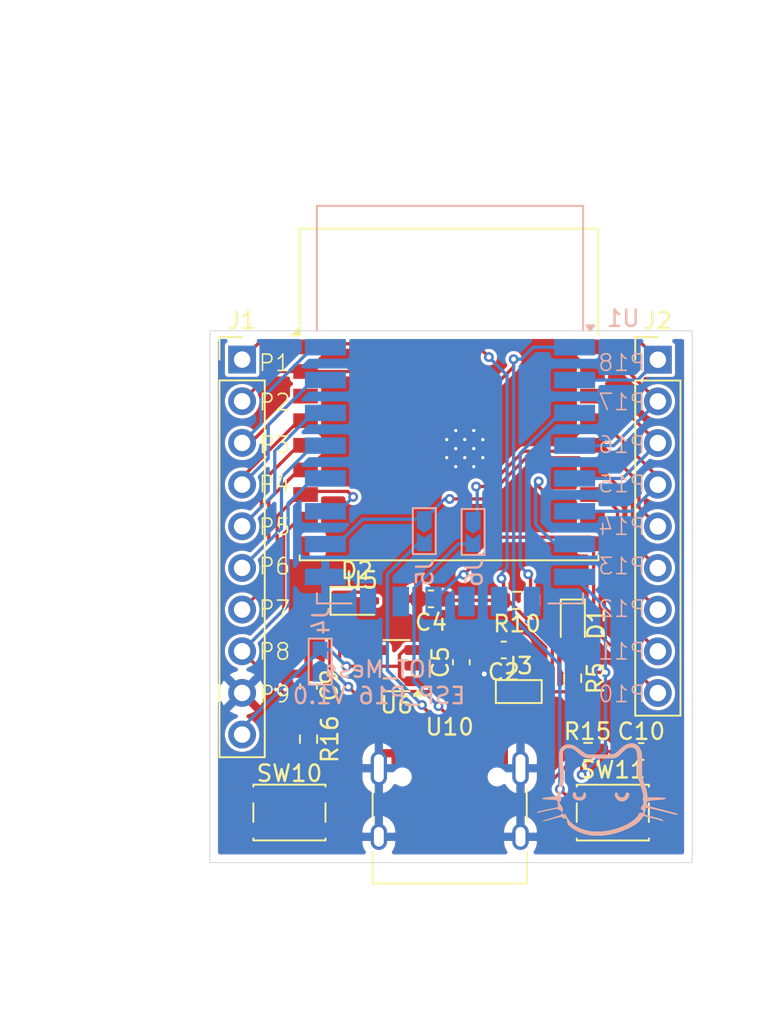
<source format=kicad_pcb>
(kicad_pcb (version 20241229) (generator "pcbnew") (generator_version "9.0")
  (layers (0 "F.Cu" signal) (2 "B.Cu" signal) (13 "F.Paste" user) (15 "B.Paste" user) (5 "F.SilkS" user "F.Silkscreen") (7 "B.SilkS" user "B.Silkscreen") (1 "F.Mask" user) (3 "B.Mask" user) (25 "Edge.Cuts" user))
  (net 0 "")
  (net 1 "5V")
  (net 2 "BOOT")
  (net 3 "Net-(D1-A)")
  (net 4 "Net-(D2-A)")
  (net 10 "D+")
  (net 11 "D-")
  (net 17 "P9")
  (net 18 "P16")
  (net 19 "P15")
  (net 20 "P1")
  (net 21 "P3")
  (net 22 "P4")
  (net 23 "P7")
  (net 24 "P2")
  (net 25 "Net-(U1-EN)")
  (net 26 "P10")
  (net 27 "P11")
  (net 28 "P18")
  (net 29 "P17")
  (net 30 "P12")
  (net 31 "P6")
  (net 32 "P5")
  (net 33 "Net-(J3-B)")
  (net 34 "P14")
  (net 35 "P13")
  (footprint "Resistor_SMD:R_0603_1608Metric" (layer "F.Cu") (at 139.22 98.7 180)
    (property "Reference" "R10" (at 0 -1.43 180) (layer "F.SilkS"))
    (property "Value" "10K")
    (pad "1" smd roundrect (at -0.825 0 180) (size 0.8 0.95) (layers "F.Cu" "F.Mask" "F.Paste") (net 25 "Net-(U1-EN)"))
    (pad "2" smd roundrect (at 0.825 0 180) (size 0.8 0.95) (layers "F.Cu" "F.Mask" "F.Paste") (net 20 "P1"))
  )
  (footprint "IOT-Mess-Footprints:Jumpper-triangle" (layer "F.Cu") (at 139.325001 104.26 180)
    (property "Reference" "J3" (at 0 1.57 0) (layer "F.SilkS"))
    (property "Value" "Jumper_2")
    (pad "1" smd custom (at -0.724999 0 180) (size 0.3 0.3) (layers "F.Cu" "F.Mask") (net 20 "P1") (options (clearance outline) (anchor rect)) (primitives (gr_poly (pts (xy 0.825 0) (xy 0.525 0.45) (xy -0.5 0.45) (xy -0.5 -0.45) (xy 0.525 -0.45)) (width 0) (fill yes))))
    (pad "2" smd custom (at 0.724999 0 180) (size 0.3 0.3) (layers "F.Cu" "F.Mask") (net 33 "Net-(J3-B)") (options (clearance outline) (anchor rect)) (primitives (gr_poly (pts (xy 0.5 0.45) (xy -0.625 0.45) (xy -0.325 0) (xy -0.625 -0.45) (xy 0.5 -0.45)) (width 0) (fill yes))))
  )
  (footprint "Capacitor_SMD:C_0603_1608Metric" (layer "F.Cu") (at 135.82 102.475 -90)
    (property "Reference" "C5" (at 0 1.28 90) (layer "F.SilkS"))
    (property "Value" "1u")
    (pad "1" smd roundrect (at -0.775 0 270) (size 0.9 0.95) (layers "F.Cu" "F.Mask" "F.Paste") (net 1 "5V"))
    (pad "2" smd roundrect (at 0.775 0 270) (size 0.9 0.95) (layers "F.Cu" "F.Mask" "F.Paste") (net 17 "P9"))
  )
  (footprint "Package_TO_SOT_SMD:SOT-23-5" (layer "F.Cu") (at 131.87 102.68 180)
    (property "Reference" "U6" (at 0 -2.4 180) (layer "F.SilkS"))
    (property "Value" "ME6211C33M5")
    (pad "1" smd roundrect (at -1.1375 -0.949999 180) (size 1.325 0.6) (layers "F.Cu" "F.Mask" "F.Paste") (net 1 "5V"))
    (pad "2" smd roundrect (at -1.1375 0 180) (size 1.325 0.6) (layers "F.Cu" "F.Mask" "F.Paste") (net 17 "P9"))
    (pad "3" smd roundrect (at -1.1375 0.949999 180) (size 1.325 0.6) (layers "F.Cu" "F.Mask" "F.Paste") (net 1 "5V"))
    (pad "4" smd roundrect (at 1.1375 0.949999 180) (size 1.325 0.6) (layers "F.Cu" "F.Mask" "F.Paste"))
    (pad "5" smd roundrect (at 1.1375 -0.949999 180) (size 1.325 0.6) (layers "F.Cu" "F.Mask" "F.Paste") (net 33 "Net-(J3-B)"))
  )
  (footprint "Button_Switch_SMD:SW_SPST_PTS810" (layer "F.Cu") (at 125.334999 111.634998)
    (property "Reference" "SW10" (at 0 -2.384998 0) (layer "F.SilkS"))
    (property "Value" "SW_Push")
    (pad "1" smd rect (at -2.075 -1.075) (size 1.05 0.65) (layers "F.Cu" "F.Mask" "F.Paste") (net 2 "BOOT"))
    (pad "1" smd rect (at 2.075 -1.075) (size 1.05 0.65) (layers "F.Cu" "F.Mask" "F.Paste") (net 2 "BOOT"))
    (pad "2" smd rect (at -2.075 1.075) (size 1.05 0.65) (layers "F.Cu" "F.Mask" "F.Paste") (net 17 "P9"))
    (pad "2" smd rect (at 2.075 1.075) (size 1.05 0.65) (layers "F.Cu" "F.Mask" "F.Paste") (net 17 "P9"))
  )
  (footprint "Capacitor_SMD:C_0603_1608Metric" (layer "F.Cu") (at 146.795 107.915)
    (property "Reference" "C10" (at 0 -1.225 0) (layer "F.SilkS"))
    (property "Value" ".1u")
    (pad "1" smd roundrect (at -0.775 0) (size 0.9 0.95) (layers "F.Cu" "F.Mask" "F.Paste") (net 24 "P2"))
    (pad "2" smd roundrect (at 0.775 0) (size 0.9 0.95) (layers "F.Cu" "F.Mask" "F.Paste") (net 17 "P9"))
  )
  (footprint "Connector_USB:USB_C_Receptacle_HRO_TYPE-C-31-M-12" (layer "F.Cu") (at 135.109249 112.065427)
    (property "Reference" "U10" (at 0 -5.645 0) (layer "F.SilkS"))
    (property "Value" "USB_C_Receptacle_USB2.0_16P")
    (pad "" np_thru_hole circle (at -2.89 -2.6) (size 0.65 0.65) (drill 0.65) (layers "*.Cu" "*.Mask"))
    (pad "" np_thru_hole circle (at 2.89 -2.6) (size 0.65 0.65) (drill 0.65) (layers "*.Cu" "*.Mask"))
    (pad "A1" smd rect (at -3.25 -4.045) (size 0.6 1.45) (layers "F.Cu" "F.Mask" "F.Paste") (net 17 "P9"))
    (pad "A4" smd rect (at -2.450001 -4.045) (size 0.6 1.45) (layers "F.Cu" "F.Mask" "F.Paste") (net 4 "Net-(D2-A)"))
    (pad "A5" smd rect (at -1.25 -4.044999) (size 0.3 1.45) (layers "F.Cu" "F.Mask" "F.Paste"))
    (pad "A6" smd rect (at -0.25 -4.045) (size 0.3 1.45) (layers "F.Cu" "F.Mask" "F.Paste") (net 10 "D+"))
    (pad "A7" smd rect (at 0.25 -4.045) (size 0.3 1.45) (layers "F.Cu" "F.Mask" "F.Paste") (net 11 "D-"))
    (pad "A8" smd rect (at 1.25 -4.044999) (size 0.3 1.45) (layers "F.Cu" "F.Mask" "F.Paste"))
    (pad "A9" smd rect (at 2.450001 -4.045) (size 0.6 1.45) (layers "F.Cu" "F.Mask" "F.Paste") (net 4 "Net-(D2-A)"))
    (pad "A12" smd rect (at 3.25 -4.045) (size 0.6 1.45) (layers "F.Cu" "F.Mask" "F.Paste") (net 17 "P9"))
    (pad "B1" smd rect (at 3.25 -4.045) (size 0.6 1.45) (layers "F.Cu" "F.Mask" "F.Paste") (net 17 "P9"))
    (pad "B4" smd rect (at 2.450001 -4.045) (size 0.6 1.45) (layers "F.Cu" "F.Mask" "F.Paste") (net 4 "Net-(D2-A)"))
    (pad "B5" smd rect (at 1.75 -4.045) (size 0.3 1.45) (layers "F.Cu" "F.Mask" "F.Paste"))
    (pad "B6" smd rect (at 0.75 -4.045) (size 0.3 1.45) (layers "F.Cu" "F.Mask" "F.Paste") (net 10 "D+"))
    (pad "B7" smd rect (at -0.75 -4.045) (size 0.3 1.45) (layers "F.Cu" "F.Mask" "F.Paste") (net 11 "D-"))
    (pad "B8" smd rect (at -1.75 -4.045) (size 0.3 1.45) (layers "F.Cu" "F.Mask" "F.Paste"))
    (pad "B9" smd rect (at -2.450001 -4.045) (size 0.6 1.45) (layers "F.Cu" "F.Mask" "F.Paste") (net 4 "Net-(D2-A)"))
    (pad "B12" smd rect (at -3.25 -4.045) (size 0.6 1.45) (layers "F.Cu" "F.Mask" "F.Paste") (net 17 "P9"))
    (pad "S1" thru_hole oval (at -4.32 -3.13) (size 1 2.1) (drill oval 0.6 1.7) (property pad_prop_heatsink) (layers "*.Cu" "*.Mask") (net 17 "P9"))
    (pad "S1" thru_hole oval (at -4.32 1.05) (size 1 1.6) (drill oval 0.6 1.2) (property pad_prop_heatsink) (layers "*.Cu" "*.Mask") (net 17 "P9"))
    (pad "S1" thru_hole oval (at 4.32 -3.13) (size 1 2.1) (drill oval 0.6 1.7) (property pad_prop_heatsink) (layers "*.Cu" "*.Mask") (net 17 "P9"))
    (pad "S1" thru_hole oval (at 4.32 1.05) (size 1 1.6) (drill oval 0.6 1.2) (property pad_prop_heatsink) (layers "*.Cu" "*.Mask") (net 17 "P9"))
  )
  (footprint "Capacitor_SMD:C_0603_1608Metric" (layer "F.Cu") (at 126.500002 103.947498 90)
    (property "Reference" "C9" (at 0.067017 1.269519 90) (layer "F.SilkS"))
    (property "Value" ".1u")
    (pad "1" smd roundrect (at -0.775 0 90) (size 0.9 0.95) (layers "F.Cu" "F.Mask" "F.Paste") (net 2 "BOOT"))
    (pad "2" smd roundrect (at 0.775 0 90) (size 0.9 0.95) (layers "F.Cu" "F.Mask" "F.Paste") (net 17 "P9"))
  )
  (footprint "Resistor_SMD:R_0603_1608Metric" (layer "F.Cu") (at 143.55 107.915 180)
    (property "Reference" "R15" (at 0.03 1.225 0) (layer "F.SilkS"))
    (property "Value" "10K")
    (pad "1" smd roundrect (at -0.825 0 180) (size 0.8 0.95) (layers "F.Cu" "F.Mask" "F.Paste") (net 24 "P2"))
    (pad "2" smd roundrect (at 0.825 0 180) (size 0.8 0.95) (layers "F.Cu" "F.Mask" "F.Paste") (net 20 "P1"))
  )
  (footprint "Resistor_SMD:R_0603_1608Metric" (layer "F.Cu") (at 126.500001 107.162498 -90)
    (property "Reference" "R16" (at -0.002018 -1.299519 90) (layer "F.SilkS"))
    (property "Value" "10K")
    (pad "1" smd roundrect (at -0.825 0 270) (size 0.8 0.95) (layers "F.Cu" "F.Mask" "F.Paste") (net 2 "BOOT"))
    (pad "2" smd roundrect (at 0.825 0 270) (size 0.8 0.95) (layers "F.Cu" "F.Mask" "F.Paste") (net 20 "P1"))
  )
  (footprint "Connector_PinHeader_2.54mm:PinHeader_1x10_P2.54mm_Vertical" (layer "F.Cu") (at 122.45 84.022844)
    (property "Reference" "J1" (at 0 -2.38 0) (layer "F.SilkS"))
    (property "Value" "Conn_01x10_Pin")
    (pad "1" thru_hole rect (at 0 0) (size 1.7 1.7) (drill 1) (layers "*.Cu" "*.Mask") (net 20 "P1"))
    (pad "2" thru_hole circle (at 0 2.54) (size 1.7 1.7) (drill 1) (layers "*.Cu" "*.Mask") (net 24 "P2"))
    (pad "3" thru_hole circle (at 0 5.08) (size 1.7 1.7) (drill 1) (layers "*.Cu" "*.Mask") (net 21 "P3"))
    (pad "4" thru_hole circle (at 0 7.62) (size 1.7 1.7) (drill 1) (layers "*.Cu" "*.Mask") (net 22 "P4"))
    (pad "5" thru_hole circle (at 0 10.16) (size 1.7 1.7) (drill 1) (layers "*.Cu" "*.Mask") (net 32 "P5"))
    (pad "6" thru_hole circle (at 0 12.7) (size 1.7 1.7) (drill 1) (layers "*.Cu" "*.Mask") (net 31 "P6"))
    (pad "7" thru_hole circle (at 0 15.24) (size 1.7 1.7) (drill 1) (layers "*.Cu" "*.Mask") (net 23 "P7"))
    (pad "8" thru_hole circle (at 0 17.78) (size 1.7 1.7) (drill 1) (layers "*.Cu" "*.Mask") (net 2 "BOOT"))
    (pad "9" thru_hole circle (at 0 20.32) (size 1.7 1.7) (drill 1) (layers "*.Cu" "*.Mask") (net 17 "P9"))
    (pad "10" thru_hole circle (at 0 22.86) (size 1.7 1.7) (drill 1) (layers "*.Cu" "*.Mask") (net 1 "5V"))
  )
  (footprint "Diode_SMD:D_SOD-323" (layer "F.Cu") (at 129.45 98.73)
    (property "Reference" "D2" (at 0 -1.850001 0) (layer "F.SilkS"))
    (property "Value" "1N5819WS")
    (pad "1" smd roundrect (at -1.05 0) (size 0.6 0.45) (layers "F.Cu" "F.Mask" "F.Paste") (net 1 "5V"))
    (pad "2" smd roundrect (at 1.05 0) (size 0.6 0.45) (layers "F.Cu" "F.Mask" "F.Paste") (net 4 "Net-(D2-A)"))
  )
  (footprint "Button_Switch_SMD:SW_SPST_PTS810" (layer "F.Cu") (at 145.06 111.64)
    (property "Reference" "SW11" (at 0 -2.600001 0) (layer "F.SilkS"))
    (property "Value" "SW_Push")
    (pad "1" smd rect (at -2.075 -1.075) (size 1.05 0.65) (layers "F.Cu" "F.Mask" "F.Paste") (net 24 "P2"))
    (pad "1" smd rect (at 2.075 -1.075) (size 1.05 0.65) (layers "F.Cu" "F.Mask" "F.Paste") (net 24 "P2"))
    (pad "2" smd rect (at -2.075 1.075) (size 1.05 0.65) (layers "F.Cu" "F.Mask" "F.Paste") (net 17 "P9"))
    (pad "2" smd rect (at 2.075 1.075) (size 1.05 0.65) (layers "F.Cu" "F.Mask" "F.Paste") (net 17 "P9"))
  )
  (footprint "RF_Module:ESP32-C3-WROOM-02" (layer "F.Cu") (at 135.07 89.25)
    (property "Reference" "U5" (at -5.34 8.22 180) (layer "F.SilkS"))
    (property "Value" "ESP32-C3-WROOM-02")
    (pad "1" smd rect (at -8.75 -6) (size 1.5 0.9) (layers "F.Cu" "F.Mask" "F.Paste") (net 20 "P1"))
    (pad "2" smd rect (at -8.75 -4.5) (size 1.5 0.9) (layers "F.Cu" "F.Mask" "F.Paste") (net 24 "P2"))
    (pad "3" smd rect (at -8.75 -3) (size 1.5 0.9) (layers "F.Cu" "F.Mask" "F.Paste") (net 21 "P3"))
    (pad "4" smd rect (at -8.75 -1.5) (size 1.5 0.9) (layers "F.Cu" "F.Mask" "F.Paste") (net 22 "P4"))
    (pad "5" smd rect (at -8.75 0) (size 1.5 0.9) (layers "F.Cu" "F.Mask" "F.Paste") (net 32 "P5"))
    (pad "6" smd rect (at -8.75 1.5) (size 1.5 0.9) (layers "F.Cu" "F.Mask" "F.Paste") (net 31 "P6"))
    (pad "7" smd rect (at -8.75 3) (size 1.5 0.9) (layers "F.Cu" "F.Mask" "F.Paste") (net 23 "P7"))
    (pad "8" smd rect (at -8.75 4.5) (size 1.5 0.9) (layers "F.Cu" "F.Mask" "F.Paste") (net 2 "BOOT"))
    (pad "9" smd rect (at -8.75 6) (size 1.5 0.9) (layers "F.Cu" "F.Mask" "F.Paste") (net 17 "P9"))
    (pad "10" smd rect (at 8.75 6) (size 1.5 0.9) (layers "F.Cu" "F.Mask" "F.Paste") (net 26 "P10"))
    (pad "11" smd rect (at 8.75 4.5) (size 1.5 0.9) (layers "F.Cu" "F.Mask" "F.Paste") (net 27 "P11"))
    (pad "12" smd rect (at 8.75 3) (size 1.5 0.9) (layers "F.Cu" "F.Mask" "F.Paste") (net 30 "P12"))
    (pad "13" smd rect (at 8.75 1.5) (size 1.5 0.9) (layers "F.Cu" "F.Mask" "F.Paste") (net 35 "P13"))
    (pad "14" smd rect (at 8.75 0) (size 1.5 0.9) (layers "F.Cu" "F.Mask" "F.Paste") (net 34 "P14"))
    (pad "15" smd rect (at 8.75 -1.5) (size 1.5 0.9) (layers "F.Cu" "F.Mask" "F.Paste") (net 19 "P15"))
    (pad "16" smd rect (at 8.75 -3) (size 1.5 0.9) (layers "F.Cu" "F.Mask" "F.Paste") (net 18 "P16"))
    (pad "17" smd rect (at 8.75 -4.5) (size 1.5 0.9) (layers "F.Cu" "F.Mask" "F.Paste") (net 29 "P17"))
    (pad "18" smd rect (at 8.75 -6) (size 1.5 0.9) (layers "F.Cu" "F.Mask" "F.Paste") (net 28 "P18"))
    (pad "19" thru_hole circle (at -0.14 -0.349999) (size 0.6 0.6) (drill 0.2) (property pad_prop_heatsink) (layers "*.Cu" "F.Mask") (net 17 "P9"))
    (pad "19" thru_hole circle (at -0.14 0.75) (size 0.6 0.6) (drill 0.2) (property pad_prop_heatsink) (layers "*.Cu" "F.Mask") (net 17 "P9"))
    (pad "19" thru_hole circle (at 0.41 -0.9) (size 0.6 0.6) (drill 0.2) (property pad_prop_heatsink) (layers "*.Cu" "F.Mask") (net 17 "P9"))
    (pad "19" thru_hole circle (at 0.41 0.2) (size 0.6 0.6) (drill 0.2) (property pad_prop_heatsink) (layers "*.Cu" "F.Mask") (net 17 "P9"))
    (pad "19" thru_hole circle (at 0.41 1.3) (size 0.6 0.6) (drill 0.2) (property pad_prop_heatsink) (layers "*.Cu" "F.Mask") (net 17 "P9"))
    (pad "19" thru_hole circle (at 0.96 -0.35) (size 0.6 0.6) (drill 0.2) (property pad_prop_heatsink) (layers "*.Cu" "F.Mask") (net 17 "P9"))
    (pad "19" smd rect (at 0.96 0.2) (size 2.9 2.9) (property pad_prop_heatsink) (layers "F.Cu" "F.Mask") (net 17 "P9"))
    (pad "19" thru_hole circle (at 0.96 0.750001) (size 0.6 0.6) (drill 0.2) (property pad_prop_heatsink) (layers "*.Cu" "F.Mask") (net 17 "P9"))
    (pad "19" thru_hole circle (at 1.51 -0.9) (size 0.6 0.6) (drill 0.2) (property pad_prop_heatsink) (layers "*.Cu" "F.Mask") (net 17 "P9"))
    (pad "19" thru_hole circle (at 1.51 0.2) (size 0.6 0.6) (drill 0.2) (property pad_prop_heatsink) (layers "*.Cu" "F.Mask") (net 17 "P9"))
    (pad "19" thru_hole circle (at 1.51 1.3) (size 0.6 0.6) (drill 0.2) (property pad_prop_heatsink) (layers "*.Cu" "F.Mask") (net 17 "P9"))
    (pad "19" thru_hole circle (at 2.06 -0.349999) (size 0.6 0.6) (drill 0.2) (property pad_prop_heatsink) (layers "*.Cu" "F.Mask") (net 17 "P9"))
    (pad "19" thru_hole circle (at 2.06 0.75) (size 0.6 0.6) (drill 0.2) (property pad_prop_heatsink) (layers "*.Cu" "F.Mask") (net 17 "P9"))
  )
  (footprint "Capacitor_SMD:C_0603_1608Metric" (layer "F.Cu") (at 138.407499 101.725)
    (property "Reference" "C2" (at 0 1.355 180) (layer "F.SilkS"))
    (property "Value" "10u")
    (pad "1" smd roundrect (at -0.775 0) (size 0.9 0.95) (layers "F.Cu" "F.Mask" "F.Paste") (net 1 "5V"))
    (pad "2" smd roundrect (at 0.775 0) (size 0.9 0.95) (layers "F.Cu" "F.Mask" "F.Paste") (net 17 "P9"))
  )
  (footprint "Connector_PinHeader_2.54mm:PinHeader_1x09_P2.54mm_Vertical" (layer "F.Cu") (at 147.80677 84.03)
    (property "Reference" "J2" (at 0 -2.38 0) (layer "F.SilkS"))
    (property "Value" "Conn_01x09_Pin")
    (pad "1" thru_hole rect (at 0 0) (size 1.7 1.7) (drill 1) (layers "*.Cu" "*.Mask") (net 28 "P18"))
    (pad "2" thru_hole circle (at 0 2.54) (size 1.7 1.7) (drill 1) (layers "*.Cu" "*.Mask") (net 29 "P17"))
    (pad "3" thru_hole circle (at 0 5.079999) (size 1.7 1.7) (drill 1) (layers "*.Cu" "*.Mask") (net 18 "P16"))
    (pad "4" thru_hole circle (at 0 7.62) (size 1.7 1.7) (drill 1) (layers "*.Cu" "*.Mask") (net 19 "P15"))
    (pad "5" thru_hole circle (at 0 10.16) (size 1.7 1.7) (drill 1) (layers "*.Cu" "*.Mask") (net 34 "P14"))
    (pad "6" thru_hole circle (at 0 12.7) (size 1.7 1.7) (drill 1) (layers "*.Cu" "*.Mask") (net 35 "P13"))
    (pad "7" thru_hole circle (at 0 15.24) (size 1.7 1.7) (drill 1) (layers "*.Cu" "*.Mask") (net 30 "P12"))
    (pad "8" thru_hole circle (at 0 17.780001) (size 1.7 1.7) (drill 1) (layers "*.Cu" "*.Mask") (net 27 "P11"))
    (pad "9" thru_hole circle (at 0 20.32) (size 1.7 1.7) (drill 1) (layers "*.Cu" "*.Mask") (net 26 "P10"))
  )
  (footprint "Resistor_SMD:R_0603_1608Metric" (layer "F.Cu") (at 142.609999 103.447499 90)
    (property "Reference" "R5" (at 0 1.400001 90) (layer "F.SilkS"))
    (property "Value" "R")
    (pad "1" smd roundrect (at -0.825 0 90) (size 0.8 0.95) (layers "F.Cu" "F.Mask" "F.Paste") (net 20 "P1"))
    (pad "2" smd roundrect (at 0.825 0 90) (size 0.8 0.95) (layers "F.Cu" "F.Mask" "F.Paste") (net 3 "Net-(D1-A)"))
  )
  (footprint "LED_SMD:LED_0603_1608Metric" (layer "F.Cu") (at 142.62 100.132499 -90)
    (property "Reference" "D1" (at 0 -1.43 90) (layer "F.SilkS"))
    (property "Value" "LED")
    (pad "1" smd roundrect (at -0.787501 0 270) (size 0.875 0.95) (layers "F.Cu" "F.Mask" "F.Paste") (net 17 "P9"))
    (pad "2" smd roundrect (at 0.787501 0 270) (size 0.875 0.95) (layers "F.Cu" "F.Mask" "F.Paste") (net 3 "Net-(D1-A)"))
  )
  (footprint "Capacitor_SMD:C_0603_1608Metric" (layer "F.Cu") (at 133.97 98.61 180)
    (property "Reference" "C4" (at 0 -1.43 0) (layer "F.SilkS"))
    (property "Value" "1u")
    (pad "1" smd roundrect (at -0.775 0 180) (size 0.9 0.95) (layers "F.Cu" "F.Mask" "F.Paste") (net 20 "P1"))
    (pad "2" smd roundrect (at 0.775 0 180) (size 0.9 0.95) (layers "F.Cu" "F.Mask" "F.Paste") (net 17 "P9"))
  )
  (footprint "catIcon.preety:catIcon8x8" (layer "B.Cu") (at 144.576458 110.212904 180)
    (property "Reference" "G***" (hide yes))
    (property "Value" "LOGO" (hide yes))
  )
  (footprint "RF_Module:ESP-12E" (layer "B.Cu") (at 135.13 86.77 180)
    (property "Reference" "U1" (at -10.56 5.26 0) (layer "B.SilkS") (effects (justify mirror)))
    (property "Value" "ESP-12F")
    (pad "1" smd rect (at -7.6 3.5 180) (size 2.5 1) (layers "B.Cu" "B.Mask" "B.Paste") (net 24 "P2"))
    (pad "2" smd rect (at -7.6 1.5 180) (size 2.5 1) (layers "B.Cu" "B.Mask" "B.Paste") (net 28 "P18"))
    (pad "3" smd rect (at -7.6 -0.5 180) (size 2.5 1) (layers "B.Cu" "B.Mask" "B.Paste") (net 25 "Net-(U1-EN)"))
    (pad "4" smd rect (at -7.6 -2.499999 180) (size 2.5 1) (layers "B.Cu" "B.Mask" "B.Paste") (net 29 "P17"))
    (pad "5" smd rect (at -7.6 -4.5 180) (size 2.5 1) (layers "B.Cu" "B.Mask" "B.Paste") (net 18 "P16"))
    (pad "6" smd rect (at -7.6 -6.500001 180) (size 2.5 1) (layers "B.Cu" "B.Mask" "B.Paste") (net 19 "P15"))
    (pad "7" smd rect (at -7.6 -8.5 180) (size 2.5 1) (layers "B.Cu" "B.Mask" "B.Paste") (net 30 "P12"))
    (pad "8" smd rect (at -7.6 -10.5 180) (size 2.5 1) (layers "B.Cu" "B.Mask" "B.Paste") (net 20 "P1"))
    (pad "9" smd rect (at -5 -11.999999 180) (size 1 1.8) (layers "B.Cu" "B.Mask" "B.Paste"))
    (pad "10" smd rect (at -3 -12 180) (size 1 1.8) (layers "B.Cu" "B.Mask" "B.Paste"))
    (pad "11" smd rect (at -1 -12 180) (size 1 1.8) (layers "B.Cu" "B.Mask" "B.Paste"))
    (pad "12" smd rect (at 1 -12 180) (size 1 1.8) (layers "B.Cu" "B.Mask" "B.Paste") (net 26 "P10"))
    (pad "13" smd rect (at 3 -12 180) (size 1 1.8) (layers "B.Cu" "B.Mask" "B.Paste"))
    (pad "14" smd rect (at 5 -11.999999 180) (size 1 1.8) (layers "B.Cu" "B.Mask" "B.Paste"))
    (pad "15" smd rect (at 7.6 -10.5 180) (size 2.5 1) (layers "B.Cu" "B.Mask" "B.Paste") (net 17 "P9"))
    (pad "16" smd rect (at 7.6 -8.5 180) (size 2.5 1) (layers "B.Cu" "B.Mask" "B.Paste") (net 35 "P13"))
    (pad "17" smd rect (at 7.6 -6.500001 180) (size 2.5 1) (layers "B.Cu" "B.Mask" "B.Paste") (net 23 "P7"))
    (pad "18" smd rect (at 7.6 -4.5 180) (size 2.5 1) (layers "B.Cu" "B.Mask" "B.Paste") (net 2 "BOOT"))
    (pad "19" smd rect (at 7.6 -2.499999 180) (size 2.5 1) (layers "B.Cu" "B.Mask" "B.Paste") (net 31 "P6"))
    (pad "20" smd rect (at 7.6 -0.5 180) (size 2.5 1) (layers "B.Cu" "B.Mask" "B.Paste") (net 32 "P5"))
    (pad "21" smd rect (at 7.6 1.5 180) (size 2.5 1) (layers "B.Cu" "B.Mask" "B.Paste") (net 22 "P4"))
    (pad "22" smd rect (at 7.6 3.5 180) (size 2.5 1) (layers "B.Cu" "B.Mask" "B.Paste") (net 21 "P3"))
  )
  (footprint "IOT-Mess-Footprints:Jumpper-triangle" (layer "B.Cu") (at 127.21 102.434999 90)
    (property "Reference" "J4" (at 2.494999 0.06 90) (layer "B.SilkS") (effects (justify mirror)))
    (property "Value" "Jumper_2")
    (pad "1" smd custom (at -0.724999 0 90) (size 0.3 0.3) (layers "B.Cu" "B.Mask") (net 4 "Net-(D2-A)") (options (clearance outline) (anchor rect)) (primitives (gr_poly (pts (xy 0.825 0) (xy 0.525 -0.45) (xy -0.5 -0.45) (xy -0.5 0.45) (xy 0.525 0.45)) (width 0) (fill yes))))
    (pad "2" smd custom (at 0.724999 0 90) (size 0.3 0.3) (layers "B.Cu" "B.Mask") (net 1 "5V") (options (clearance outline) (anchor rect)) (primitives (gr_poly (pts (xy 0.5 -0.45) (xy -0.625 -0.45) (xy -0.325 0) (xy -0.625 0.45) (xy 0.5 0.45)) (width 0) (fill yes))))
  )
  (footprint "IOT-Mess-Footprints:Jumpper-triangle" (layer "B.Cu") (at 133.56 94.48 -90)
    (property "Reference" "J5" (at 2.5 -0.04 90) (layer "B.SilkS") (effects (justify mirror)))
    (property "Value" "Jumper_2")
    (pad "1" smd custom (at -0.724999 0 270) (size 0.3 0.3) (layers "B.Cu" "B.Mask") (net 35 "P13") (options (clearance outline) (anchor rect)) (primitives (gr_poly (pts (xy 0.825 0) (xy 0.525 -0.45) (xy -0.5 -0.45) (xy -0.5 0.45) (xy 0.525 0.45)) (width 0) (fill yes))))
    (pad "2" smd custom (at 0.724999 0 270) (size 0.3 0.3) (layers "B.Cu" "B.Mask") (net 11 "D-") (options (clearance outline) (anchor rect)) (primitives (gr_poly (pts (xy 0.5 -0.45) (xy -0.625 -0.45) (xy -0.325 0) (xy -0.625 0.45) (xy 0.5 0.45)) (width 0) (fill yes))))
  )
  (footprint "IOT-Mess-Footprints:Jumpper-triangle" (layer "B.Cu") (at 136.54 94.53 -90)
    (property "Reference" "J6" (at 2.5 -0.07 90) (layer "B.SilkS") (effects (justify mirror)))
    (property "Value" "Jumper_2")
    (pad "1" smd custom (at -0.724999 0 270) (size 0.3 0.3) (layers "B.Cu" "B.Mask") (net 34 "P14") (options (clearance outline) (anchor rect)) (primitives (gr_poly (pts (xy 0.825 0) (xy 0.525 -0.45) (xy -0.5 -0.45) (xy -0.5 0.45) (xy 0.525 0.45)) (width 0) (fill yes))))
    (pad "2" smd custom (at 0.724999 0 270) (size 0.3 0.3) (layers "B.Cu" "B.Mask") (net 10 "D+") (options (clearance outline) (anchor rect)) (primitives (gr_poly (pts (xy 0.5 -0.45) (xy -0.625 -0.45) (xy -0.325 0) (xy -0.625 0.45) (xy 0.5 0.45)) (width 0) (fill yes))))
  )
  (gr_poly (pts (xy 149.903231 114.687157) (xy 120.483231 114.687156) (xy 120.48323 82.267156) (xy 149.903231 82.267156)) (stroke (width 0.05)) (fill no) (layer "Edge.Cuts"))
  (gr_text "P3" (at 123.38762 89.809998 0) (layer "F.SilkS") (effects (font (size 1 1) (thickness 0.1)) (justify left bottom)))
  (gr_text "P2" (at 123.387618 87.209998 0) (layer "F.SilkS") (effects (font (size 1 1) (thickness 0.1)) (justify left bottom)))
  (gr_text "P8" (at 123.387618 102.409998 0) (layer "F.SilkS") (effects (font (size 1 1) (thickness 0.1)) (justify left bottom)))
  (gr_text "P4" (at 123.38762 92.209999 0) (layer "F.SilkS") (effects (font (size 1 1) (thickness 0.1)) (justify left bottom)))
  (gr_text "P6" (at 123.38762 97.209999 0) (layer "F.SilkS") (effects (font (size 1 1) (thickness 0.1)) (justify left bottom)))
  (gr_text "P9" (at 123.38762 105.009999 0) (layer "F.SilkS") (effects (font (size 1 1) (thickness 0.1)) (justify left bottom)))
  (gr_text "P5" (at 123.38762 94.809998 0) (layer "F.SilkS") (effects (font (size 1 1) (thickness 0.1)) (justify left bottom)))
  (gr_text "P1" (at 123.38762 84.809999 0) (layer "F.SilkS") (effects (font (size 1 1) (thickness 0.1)) (justify left bottom)))
  (gr_text "P7" (at 123.38762 99.809999 0) (layer "F.SilkS") (effects (font (size 1 1) (thickness 0.1)) (justify left bottom)))
  (gr_text "P14" (at 147.13 94.8 0) (layer "B.SilkS") (effects (font (size 1 1) (thickness 0.1)) (justify left bottom mirror)))
  (gr_text "P15" (at 147.13 92.2 0) (layer "B.SilkS") (effects (font (size 1 1) (thickness 0.1)) (justify left bottom mirror)))
  (gr_text "P17" (at 147.13 87.2 0) (layer "B.SilkS") (effects (font (size 1 1) (thickness 0.1)) (justify left bottom mirror)))
  (gr_text "P10" (at 147.13 105 0) (layer "B.SilkS") (effects (font (size 1 1) (thickness 0.1)) (justify left bottom mirror)))
  (gr_text "P16" (at 147.13 89.8 0) (layer "B.SilkS") (effects (font (size 1 1) (thickness 0.1)) (justify left bottom mirror)))
  (gr_text "P12" (at 147.13 99.8 0) (layer "B.SilkS") (effects (font (size 1 1) (thickness 0.1)) (justify left bottom mirror)))
  (gr_text "P11" (at 147.13 102.4 0) (layer "B.SilkS") (effects (font (size 1 1) (thickness 0.1)) (justify left bottom mirror)))
  (gr_text "P18" (at 147.13 84.8 0) (layer "B.SilkS") (effects (font (size 1 1) (thickness 0.1)) (justify left bottom mirror)))
  (gr_text "IOT_Mess\nESP_P16 V1.0\n" (at 130.8 105.1 0) (layer "B.SilkS") (effects (font (size 1 1)) (justify bottom mirror)))
  (gr_text "P13" (at 147.13 97.2 0) (layer "B.SilkS") (effects (font (size 1 1) (thickness 0.1)) (justify left bottom mirror)))
  (segment (start 133.037501 101.7) (end 133.0075 101.730001) (width 0.2) (layer "F.Cu") (net 1))
  (segment (start 133.0075 101.730001) (end 132.345001 101.730001) (width 0.2) (layer "F.Cu") (net 1))
  (segment (start 128.81 102.72) (end 132.044 102.72) (width 0.2) (layer "F.Cu") (net 1))
  (segment (start 137.607499 101.7) (end 137.632499 101.725) (width 0.2) (layer "F.Cu") (net 1))
  (segment (start 128.4 102.31) (end 128.81 102.72) (width 0.2) (layer "F.Cu") (net 1))
  (segment (start 135.82 101.7) (end 133.037501 101.7) (width 0.2) (layer "F.Cu") (net 1))
  (segment (start 135.82 101.7) (end 137.607499 101.7) (width 0.2) (layer "F.Cu") (net 1))
  (segment (start 132.044 102.72) (end 132.044 102.82) (width 0.2) (layer "F.Cu") (net 1))
  (segment (start 132.044 102.031002) (end 132.044 102.72) (width 0.2) (layer "F.Cu") (net 1))
  (segment (start 132.044 103.328998) (end 132.345001 103.629999) (width 0.2) (layer "F.Cu") (net 1))
  (segment (start 132.044 102.82) (end 132.044 103.328998) (width 0.2) (layer "F.Cu") (net 1))
  (segment (start 132.345001 101.730001) (end 132.044 102.031002) (width 0.2) (layer "F.Cu") (net 1))
  (segment (start 132.345001 103.629999) (end 133.0075 103.629999) (width 0.2) (layer "F.Cu") (net 1))
  (segment (start 128.4 98.73) (end 128.4 102.31) (width 0.2) (layer "F.Cu") (net 1))
  (segment (start 135.684999 101.565) (end 135.82 101.7) (width 0.2) (layer "F.Cu") (net 1))
  (via (at 128.81 102.72) (size 0.6) (drill 0.3) (layers "F.Cu" "B.Cu") (net 1))
  (segment (start 127.21 101.71) (end 122.45 106.47) (width 0.2) (layer "B.Cu") (net 1))
  (segment (start 122.45 106.47) (end 122.45 106.882844) (width 0.2) (layer "B.Cu") (net 1))
  (segment (start 128.81 102.72) (end 127.8 101.71) (width 0.2) (layer "B.Cu") (net 1))
  (segment (start 127.8 101.71) (end 127.21 101.71) (width 0.2) (layer "B.Cu") (net 1))
  (segment (start 124.991 94.657) (end 124.991 99.261845) (width 0.2) (layer "F.Cu") (net 2))
  (segment (start 126.500001 104.722501) (end 126.499999 106.337499) (width 0.2) (layer "F.Cu") (net 2))
  (segment (start 125.369654 104.722498) (end 126.500002 104.722498) (width 0.2) (layer "F.Cu") (net 2))
  (segment (start 127.41 110.559998) (end 123.259999 110.559997) (width 0.2) (layer "F.Cu") (net 2))
  (segment (start 125.369654 108.519653) (end 125.369654 104.722498) (width 0.2) (layer "F.Cu") (net 2))
  (segment (start 127.409999 110.559998) (end 125.369654 108.519653) (width 0.2) (layer "F.Cu") (net 2))
  (segment (start 126.087999 93.560001) (end 124.991 94.657) (width 0.2) (layer "F.Cu") (net 2))
  (segment (start 124.991 99.261845) (end 122.45 101.802845) (width 0.2) (layer "F.Cu") (net 2))
  (segment (start 122.45 101.802844) (end 125.369654 104.722498) (width 0.2) (layer "F.Cu") (net 2))
  (segment (start 126.389999 93.560001) (end 126.087999 93.560001) (width 0.2) (layer "F.Cu") (net 2))
  (segment (start 125.251 92.799) (end 125.251 99.001845) (width 0.2) (layer "B.Cu") (net 2))
  (segment (start 126.78 91.27) (end 125.251 92.799) (width 0.2) (layer "B.Cu") (net 2))
  (segment (start 127.53 91.27) (end 126.78 91.27) (width 0.2) (layer "B.Cu") (net 2))
  (segment (start 125.251 99.001845) (end 122.45 101.802845) (width 0.2) (layer "B.Cu") (net 2))
  (segment (start 142.62 102.612499) (end 142.61 102.622499) (width 0.2) (layer "F.Cu") (net 3))
  (segment (start 142.619999 100.919999) (end 142.62 102.612499) (width 0.2) (layer "F.Cu") (net 3))
  (segment (start 132.659248 106.859248) (end 132.659248 108.020427) (width 0.2) (layer "F.Cu") (net 4))
  (segment (start 130.28 104.48) (end 132.659248 106.859248) (width 0.2) (layer "F.Cu") (net 4))
  (segment (start 128.038106 98.204) (end 127.799 98.443106) (width 0.2) (layer "F.Cu") (net 4))
  (segment (start 129.44 104.48) (end 130.28 104.48) (width 0.2) (layer "F.Cu") (net 4))
  (segment (start 128.93 103.97) (end 129.44 104.48) (width 0.2) (layer "F.Cu") (net 4))
  (segment (start 137.55925 108.795426) (end 137.559249 108.020426) (width 0.2) (layer "F.Cu") (net 4))
  (segment (start 132.65925 108.797426) (end 133.32725 109.465426) (width 0.2) (layer "F.Cu") (net 4))
  (segment (start 127.799 98.443106) (end 127.799 102.839) (width 0.2) (layer "F.Cu") (net 4))
  (segment (start 130.5 98.73) (end 129.974 98.204) (width 0.2) (layer "F.Cu") (net 4))
  (segment (start 136.88925 109.465426) (end 137.55925 108.795426) (width 0.2) (layer "F.Cu") (net 4))
  (segment (start 129.974 98.204) (end 128.038106 98.204) (width 0.2) (layer "F.Cu") (net 4))
  (segment (start 133.32725 109.465426) (end 136.88925 109.465426) (width 0.2) (layer "F.Cu") (net 4))
  (segment (start 132.65925 108.020426) (end 132.65925 108.797426) (width 0.2) (layer "F.Cu") (net 4))
  (segment (start 127.799 102.839) (end 128.93 103.97) (width 0.2) (layer "F.Cu") (net 4))
  (via (at 128.93 103.97) (size 0.6) (drill 0.3) (layers "F.Cu" "B.Cu") (net 4))
  (segment (start 128.119998 103.159998) (end 127.21 103.159998) (width 0.2) (layer "B.Cu") (net 4))
  (segment (start 128.93 103.97) (end 128.119998 103.159998) (width 0.2) (layer "B.Cu") (net 4))
  (segment (start 135.859251 107.043426) (end 135.85925 108.020426) (width 0.2) (layer "F.Cu") (net 10))
  (segment (start 134.85925 108.020426) (end 134.85925 107.043428) (width 0.2) (layer "F.Cu") (net 10))
  (segment (start 135.2 106.994426) (end 135.7 106.994426) (width 0.2) (layer "F.Cu") (net 10))
  (segment (start 134.85925 107.043428) (end 134.90825 106.994426) (width 0.2) (layer "F.Cu") (net 10))
  (segment (start 135.2 105.92) (end 134.43 105.15) (width 0.2) (layer "F.Cu") (net 10))
  (segment (start 135.7 106.994426) (end 135.81025 106.994426) (width 0.2) (layer "F.Cu") (net 10))
  (segment (start 134.90825 106.994426) (end 135.2 106.994426) (width 0.2) (layer "F.Cu") (net 10))
  (segment (start 135.81025 106.994426) (end 135.859251 107.043426) (width 0.2) (layer "F.Cu") (net 10))
  (segment (start 135.2 106.994426) (end 135.2 105.92) (width 0.2) (layer "F.Cu") (net 10))
  (via (at 134.43 105.15) (size 0.6) (drill 0.3) (layers "F.Cu" "B.Cu") (net 10))
  (segment (start 132.931 97.969) (end 135.645001 95.254999) (width 0.2) (layer "B.Cu") (net 10))
  (segment (start 132.931 103.651) (end 132.931 97.969) (width 0.2) (layer "B.Cu") (net 10))
  (segment (start 134.43 105.15) (end 132.931 103.651) (width 0.2) (layer "B.Cu") (net 10))
  (segment (start 135.645001 95.254999) (end 136.54 95.254999) (width 0.2) (layer "B.Cu") (net 10))
  (segment (start 134.408249 109.046426) (end 135.310249 109.046427) (width 0.2) (layer "F.Cu") (net 11))
  (segment (start 134.359249 108.020427) (end 134.359248 108.997426) (width 0.2) (layer "F.Cu") (net 11))
  (segment (start 134.359248 108.997426) (end 134.408249 109.046426) (width 0.2) (layer "F.Cu") (net 11))
  (segment (start 133.42 105.13) (end 134.359249 106.069249) (width 0.2) (layer "F.Cu") (net 11))
  (segment (start 135.35925 108.997426) (end 135.359249 108.020426) (width 0.2) (layer "F.Cu") (net 11))
  (segment (start 134.359249 106.069249) (end 134.359249 108.020427) (width 0.2) (layer "F.Cu") (net 11))
  (segment (start 135.310249 109.046427) (end 135.35925 108.997426) (width 0.2) (layer "F.Cu") (net 11))
  (segment (start 133.42 105.08) (end 133.42 105.13) (width 0.2) (layer "F.Cu") (net 11))
  (via (at 133.42 105.08) (size 0.6) (drill 0.3) (layers "F.Cu" "B.Cu") (net 11))
  (segment (start 131.31 102.97) (end 131.31 97.104999) (width 0.2) (layer "B.Cu") (net 11))
  (segment (start 133.42 105.08) (end 131.31 102.97) (width 0.2) (layer "B.Cu") (net 11))
  (segment (start 133.21 95.204999) (end 133.56 95.204999) (width 0.2) (layer "B.Cu") (net 11))
  (segment (start 131.31 97.104999) (end 133.21 95.204999) (width 0.2) (layer "B.Cu") (net 11))
  (segment (start 135.82 103.25) (end 135.25 102.68) (width 0.2) (layer "F.Cu") (net 17))
  (segment (start 135.25 102.68) (end 133.0075 102.68) (width 0.2) (layer "F.Cu") (net 17))
  (via (at 137.22 103.19) (size 0.6) (drill 0.3) (layers "F.Cu" "B.Cu") (net 17))
  (segment (start 143.889999 86.060001) (end 144.756772 86.060001) (width 0.2) (layer "F.Cu") (net 18))
  (segment (start 144.756772 86.060001) (end 147.80677 89.109999) (width 0.2) (layer "F.Cu") (net 18))
  (segment (start 142.73 91.27) (end 145.646769 91.27) (width 0.2) (layer "B.Cu") (net 18))
  (segment (start 145.646769 91.27) (end 147.80677 89.109999) (width 0.2) (layer "B.Cu") (net 18))
  (segment (start 147.80677 91.176772) (end 147.80677 91.65) (width 0.2) (layer "F.Cu") (net 19))
  (segment (start 144.189999 87.560001) (end 147.80677 91.176772) (width 0.2) (layer "F.Cu") (net 19))
  (segment (start 143.889999 87.560001) (end 144.189999 87.560001) (width 0.2) (layer "F.Cu") (net 19))
  (segment (start 142.73 93.270001) (end 146.186769 93.270001) (width 0.2) (layer "B.Cu") (net 19))
  (segment (start 146.186769 93.270001) (end 147.80677 91.65) (width 0.2) (layer "B.Cu") (net 19))
  (segment (start 126.389999 83.060001) (end 123.412843 83.060001) (width 0.2) (layer "F.Cu") (net 20))
  (segment (start 140.05 104.26) (end 140.062499 104.272499) (width 0.2) (layer "F.Cu") (net 20))
  (segment (start 138.27 97.369998) (end 138.27 97.41) (width 0.2) (layer "F.Cu") (net 20))
  (segment (start 140.062499 104.272499) (end 142.609999 104.272499) (width 0.2) (layer "F.Cu") (net 20))
  (segment (start 137.5 83.87) (end 136.690001 83.060001) (width 0.2) (layer "F.Cu") (net 20))
  (segment (start 138.68 98.7) (end 141.37 101.39) (width 0.2) (layer "F.Cu") (net 20))
  (segment (start 123.412843 83.060001) (end 122.45 84.022844) (width 0.2) (layer "F.Cu") (net 20))
  (segment (start 136.690001 83.060001) (end 126.389999 83.060001) (width 0.2) (layer "F.Cu") (net 20))
  (segment (start 138.27 97.41) (end 138.395 97.535) (width 0.2) (layer "F.Cu") (net 20))
  (segment (start 139.86 111.17) (end 129.88 111.17) (width 0.2) (layer "F.Cu") (net 20))
  (segment (start 138.395 98.7) (end 138.68 98.7) (width 0.2) (layer "F.Cu") (net 20))
  (segment (start 141.37 101.39) (end 141.37 104.16) (width 0.2) (layer "F.Cu") (net 20))
  (segment (start 142.7 108.33) (end 139.86 111.17) (width 0.2) (layer "F.Cu") (net 20))
  (segment (start 138.395 97.535) (end 138.395 98.7) (width 0.2) (layer "F.Cu") (net 20))
  (segment (start 142.609999 104.272499) (end 143.792498 103.09) (width 0.2) (layer "F.Cu") (net 20))
  (segment (start 138.395 98.7) (end 134.835 98.7) (width 0.2) (layer "F.Cu") (net 20))
  (segment (start 143.16 108.35) (end 142.725 107.915) (width 0.2) (layer "F.Cu") (net 20))
  (segment (start 126.697498 107.987498) (end 126.500001 107.987498) (width 0.2) (layer "F.Cu") (net 20))
  (segment (start 134.835 98.7) (end 134.745 98.61) (width 0.2) (layer "F.Cu") (net 20))
  (segment (start 143.792498 103.09) (end 144.611 103.09) (width 0.2) (layer "F.Cu") (net 20))
  (segment (start 143.16 109.33) (end 143.16 108.35) (width 0.2) (layer "F.Cu") (net 20))
  (segment (start 142.725001 107.92725) (end 142.725001 107.974999) (width 0.2) (layer "F.Cu") (net 20))
  (segment (start 129.88 111.17) (end 126.697498 107.987498) (width 0.2) (layer "F.Cu") (net 20))
  (via (at 137.5 83.87) (size 0.6) (drill 0.3) (layers "F.Cu" "B.Cu") (net 20))
  (via (at 138.27 97.369998) (size 0.6) (drill 0.3) (layers "F.Cu" "B.Cu") (net 20))
  (via (at 143.16 109.33) (size 0.6) (drill 0.3) (layers "F.Cu" "B.Cu") (net 20))
  (via (at 144.611 103.09) (size 0.6) (drill 0.3) (layers "F.Cu" "B.Cu") (net 20))
  (segment (start 144.611 107.879) (end 143.16 109.33) (width 0.2) (layer "B.Cu") (net 20))
  (segment (start 138.27 97.06) (end 138.609 96.721) (width 0.2) (layer "B.Cu") (net 20))
  (segment (start 138.609 96.721) (end 138.609 84.979) (width 0.2) (layer "B.Cu") (net 20))
  (segment (start 138.609 84.979) (end 137.5 83.87) (width 0.2) (layer "B.Cu") (net 20))
  (segment (start 142.73 97.27) (end 144.611 99.151) (width 0.2) (layer "B.Cu") (net 20))
  (segment (start 138.27 97.369998) (end 138.27 97.06) (width 0.2) (layer "B.Cu") (net 20))
  (segment (start 144.611 99.151) (end 144.611 103.09) (width 0.2) (layer "B.Cu") (net 20))
  (segment (start 142.21 97.27) (end 142.73 97.27) (width 0.2) (layer "B.Cu") (net 20))
  (segment (start 144.611 103.09) (end 144.611 107.879) (width 0.2) (layer "B.Cu") (net 20))
  (segment (start 125.999999 86.060001) (end 122.957157 89.102843) (width 0.2) (layer "F.Cu") (net 21))
  (segment (start 122.957157 89.102843) (end 122.45 89.102843) (width 0.2) (layer "F.Cu") (net 21))
  (segment (start 126.389999 86.060001) (end 125.999999 86.060001) (width 0.2) (layer "F.Cu") (net 21))
  (segment (start 123.601 86.449) (end 123.601 87.951843) (width 0.2) (layer "B.Cu") (net 21))
  (segment (start 127.53 83.27) (end 126.78 83.27) (width 0.2) (layer "B.Cu") (net 21))
  (segment (start 123.601 87.951843) (end 122.45 89.102843) (width 0.2) (layer "B.Cu") (net 21))
  (segment (start 126.78 83.27) (end 123.601 86.449) (width 0.2) (layer "B.Cu") (net 21))
  (segment (start 126.389999 87.560001) (end 126.089999 87.560001) (width 0.2) (layer "F.Cu") (net 22))
  (segment (start 126.089999 87.560001) (end 122.45 91.2) (width 0.2) (layer "F.Cu") (net 22))
  (segment (start 122.45 91.2) (end 122.45 91.642844) (width 0.2) (layer "F.Cu") (net 22))
  (segment (start 124.04 88.01) (end 124.04 90.052844) (width 0.2) (layer "B.Cu") (net 22))
  (segment (start 127.53 85.27) (end 126.78 85.27) (width 0.2) (layer "B.Cu") (net 22))
  (segment (start 126.78 85.27) (end 124.04 88.01) (width 0.2) (layer "B.Cu") (net 22))
  (segment (start 124.04 90.052844) (end 122.45 91.642844) (width 0.2) (layer "B.Cu") (net 22))
  (segment (start 129.225 92.395) (end 128.890001 92.060001) (width 0.2) (layer "F.Cu") (net 23))
  (segment (start 126.089999 92.060001) (end 124.59 93.56) (width 0.2) (layer "F.Cu") (net 23))
  (segment (start 128.890001 92.060001) (end 126.389999 92.060001) (width 0.2) (layer "F.Cu") (net 23))
  (segment (start 124.59 97.122844) (end 122.45 99.262844) (width 0.2) (layer "F.Cu") (net 23))
  (segment (start 124.59 93.56) (end 124.59 97.122844) (width 0.2) (layer "F.Cu") (net 23))
  (segment (start 126.389999 92.060001) (end 126.089999 92.060001) (width 0.2) (layer "F.Cu") (net 23))
  (via (at 129.225 92.395) (size 0.6) (drill 0.3) (layers "F.Cu" "B.Cu") (net 23))
  (segment (start 128.349999 93.270001) (end 127.53 93.270001) (width 0.2) (layer "B.Cu") (net 23))
  (segment (start 129.225 92.395) (end 128.349999 93.270001) (width 0.2) (layer "B.Cu") (net 23))
  (segment (start 142.985 110.565) (end 142.185 110.565) (width 0.2) (layer "F.Cu") (net 24))
  (segment (start 130.95 85.41) (end 130.29 84.75) (width 0.2) (layer "F.Cu") (net 24))
  (segment (start 142.985 110.565) (end 142.995 110.565) (width 0.2) (layer "F.Cu") (net 24))
  (segment (start 145.97 107.915) (end 144.325001 107.915) (width 0.2) (layer "F.Cu") (net 24))
  (segment (start 142.995 110.565) (end 144.375 109.185) (width 0.2) (layer "F.Cu") (net 24))
  (segment (start 130.29 84.75) (end 126.32 84.75) (width 0.2) (layer "F.Cu") (net 24))
  (segment (start 142.185 110.565) (end 141.83 110.21) (width 0.2) (layer "F.Cu") (net 24))
  (segment (start 124.262844 84.75) (end 126.32 84.75) (width 0.2) (layer "F.Cu") (net 24))
  (segment (start 139.01 84) (end 139.01 84.467102) (width 0.2) (layer "F.Cu") (net 24))
  (segment (start 144.375 109.185) (end 144.375 107.915) (width 0.2) (layer "F.Cu") (net 24))
  (segment (start 122.45 86.562844) (end 124.262844 84.75) (width 0.2) (layer "F.Cu") (net 24))
  (segment (start 138.067102 85.41) (end 130.95 85.41) (width 0.2) (layer "F.Cu") (net 24))
  (segment (start 143.210001 110.564999) (end 147.360001 110.565) (width 0.2) (layer "F.Cu") (net 24))
  (segment (start 139.01 84.467102) (end 138.067102 85.41) (width 0.2) (layer "F.Cu") (net 24))
  (via (at 139.01 84) (size 0.6) (drill 0.3) (layers "F.Cu" "B.Cu") (net 24))
  (via (at 141.83 110.21) (size 0.6) (drill 0.3) (layers "F.Cu" "B.Cu") (net 24))
  (segment (start 141.83 102.62) (end 141.83 110.21) (width 0.2) (layer "B.Cu") (net 24))
  (segment (start 139.01 84) (end 139.477102 84) (width 0.2) (layer "B.Cu") (net 24))
  (segment (start 140.207102 83.27) (end 142.73 83.27) (width 0.2) (layer "B.Cu") (net 24))
  (segment (start 139.01 84) (end 139.01 99.8) (width 0.2) (layer "B.Cu") (net 24))
  (segment (start 139.477102 84) (end 140.207102 83.27) (width 0.2) (layer "B.Cu") (net 24))
  (segment (start 139.01 99.8) (end 141.83 102.62) (width 0.2) (layer "B.Cu") (net 24))
  (segment (start 140.045 97.255) (end 140.045 98.7) (width 0.2) (layer "F.Cu") (net 25))
  (segment (start 139.9 97.11) (end 140.045 97.255) (width 0.2) (layer "F.Cu") (net 25))
  (via (at 139.9 97.11) (size 0.6) (drill 0.3) (layers "F.Cu" "B.Cu") (net 25))
  (segment (start 139.411 89.729) (end 141.87 87.27) (width 0.2) (layer "B.Cu") (net 25))
  (segment (start 141.87 87.27) (end 142.73 87.27) (width 0.2) (layer "B.Cu") (net 25))
  (segment (start 139.411 96.621) (end 139.411 89.729) (width 0.2) (layer "B.Cu") (net 25))
  (segment (start 139.9 97.11) (end 139.411 96.621) (width 0.2) (layer "B.Cu") (net 25))
  (segment (start 143.679998 94.85) (end 143.889999 95.060001) (width 0.2) (layer "F.Cu") (net 26))
  (segment (start 143.889999 95.060001) (end 143.889999 100.433229) (width 0.2) (layer "F.Cu") (net 26))
  (segment (start 143.889999 100.433229) (end 147.80677 104.35) (width 0.2) (layer "F.Cu") (net 26))
  (segment (start 135.96 97.14) (end 138.25 94.85) (width 0.2) (layer "F.Cu") (net 26))
  (segment (start 138.25 94.85) (end 143.679998 94.85) (width 0.2) (layer "F.Cu") (net 26))
  (via (at 135.96 97.14) (size 0.6) (drill 0.3) (layers "F.Cu" "B.Cu") (net 26))
  (segment (start 135.76 97.14) (end 134.13 98.77) (width 0.2) (layer "B.Cu") (net 26))
  (segment (start 135.96 97.14) (end 135.76 97.14) (width 0.2) (layer "B.Cu") (net 26))
  (segment (start 144.940999 98.94423) (end 144.940999 94.309001) (width 0.2) (layer "F.Cu") (net 27))
  (segment (start 144.191999 93.560001) (end 143.889999 93.560001) (width 0.2) (layer "F.Cu") (net 27))
  (segment (start 144.940999 94.309001) (end 144.191999 93.560001) (width 0.2) (layer "F.Cu") (net 27))
  (segment (start 147.80677 101.810001) (end 144.940999 98.94423) (width 0.2) (layer "F.Cu") (net 27))
  (segment (start 143.889999 83.060001) (end 146.836771 83.060001) (width 0.2) (layer "F.Cu") (net 28))
  (segment (start 146.836771 83.060001) (end 147.80677 84.03) (width 0.2) (layer "F.Cu") (net 28))
  (segment (start 142.73 85.27) (end 146.56677 85.27) (width 0.2) (layer "B.Cu") (net 28))
  (segment (start 146.56677 85.27) (end 147.80677 84.03) (width 0.2) (layer "B.Cu") (net 28))
  (segment (start 143.889999 84.560001) (end 145.796771 84.560001) (width 0.2) (layer "F.Cu") (net 29))
  (segment (start 145.796771 84.560001) (end 147.80677 86.57) (width 0.2) (layer "F.Cu") (net 29))
  (segment (start 142.73 89.269999) (end 145.106771 89.269999) (width 0.2) (layer "B.Cu") (net 29))
  (segment (start 145.106771 89.269999) (end 147.80677 86.57) (width 0.2) (layer "B.Cu") (net 29))
  (segment (start 141.021 92.25) (end 143.82 92.25) (width 0.2) (layer "F.Cu") (net 30))
  (segment (start 143.82 92.25) (end 144.009999 92.060001) (width 0.2) (layer "F.Cu") (net 30))
  (segment (start 145.341999 96.805229) (end 147.80677 99.27) (width 0.2) (layer "F.Cu") (net 30))
  (segment (start 140.54 91.769) (end 141.021 92.25) (width 0.2) (layer "F.Cu") (net 30))
  (segment (start 144.191999 92.060001) (end 145.341999 93.210001) (width 0.2) (layer "F.Cu") (net 30))
  (segment (start 145.341999 93.210001) (end 145.341999 96.805229) (width 0.2) (layer "F.Cu") (net 30))
  (segment (start 144.009999 92.060001) (end 144.191999 92.060001) (width 0.2) (layer "F.Cu") (net 30))
  (segment (start 140.54 91.45) (end 140.54 91.769) (width 0.2) (layer "F.Cu") (net 30))
  (via (at 140.54 91.45) (size 0.6) (drill 0.3) (layers "F.Cu" "B.Cu") (net 30))
  (segment (start 140.35 94.08) (end 141.54 95.27) (width 0.2) (layer "B.Cu") (net 30))
  (segment (start 140.35 91.579) (end 140.35 94.08) (width 0.2) (layer "B.Cu") (net 30))
  (segment (start 140.479 91.45) (end 140.35 91.579) (width 0.2) (layer "B.Cu") (net 30))
  (segment (start 140.54 91.45) (end 140.479 91.45) (width 0.2) (layer "B.Cu") (net 30))
  (segment (start 141.54 95.27) (end 142.73 95.27) (width 0.2) (layer "B.Cu") (net 30))
  (segment (start 126.089999 90.560001) (end 124.08 92.57) (width 0.2) (layer "F.Cu") (net 31))
  (segment (start 126.389999 90.560001) (end 126.089999 90.560001) (width 0.2) (layer "F.Cu") (net 31))
  (segment (start 124.08 92.57) (end 124.08 95.092844) (width 0.2) (layer "F.Cu") (net 31))
  (segment (start 124.08 95.092844) (end 122.45 96.722844) (width 0.2) (layer "F.Cu") (net 31))
  (segment (start 126.78 89.269999) (end 124.85 91.199999) (width 0.2) (layer "B.Cu") (net 31))
  (segment (start 124.85 94.322844) (end 122.45 96.722844) (width 0.2) (layer "B.Cu") (net 31))
  (segment (start 127.53 89.269999) (end 126.78 89.269999) (width 0.2) (layer "B.Cu") (net 31))
  (segment (start 124.85 91.199999) (end 124.85 94.322844) (width 0.2) (layer "B.Cu") (net 31))
  (segment (start 123.62 91.528) (end 123.62 93.012844) (width 0.2) (layer "F.Cu") (net 32))
  (segment (start 126.389999 89.060001) (end 126.087999 89.060001) (width 0.2) (layer "F.Cu") (net 32))
  (segment (start 123.62 93.012844) (end 122.45 94.182844) (width 0.2) (layer "F.Cu") (net 32))
  (segment (start 126.087999 89.060001) (end 123.62 91.528) (width 0.2) (layer "F.Cu") (net 32))
  (segment (start 124.441 89.609) (end 124.441 92.191844) (width 0.2) (layer "B.Cu") (net 32))
  (segment (start 126.78 87.27) (end 124.441 89.609) (width 0.2) (layer "B.Cu") (net 32))
  (segment (start 127.53 87.27) (end 126.78 87.27) (width 0.2) (layer "B.Cu") (net 32))
  (segment (start 124.441 92.191844) (end 122.45 94.182844) (width 0.2) (layer "B.Cu") (net 32))
  (segment (start 131.362501 104.26) (end 130.7325 103.629999) (width 0.2) (layer "F.Cu") (net 33))
  (segment (start 138.600002 104.26) (end 131.362501 104.26) (width 0.2) (layer "F.Cu") (net 33))
  (segment (start 139.61 89.61) (end 143.34 89.61) (width 0.2) (layer "F.Cu") (net 34))
  (segment (start 136.72 91.76) (end 137.46 91.76) (width 0.2) (layer "F.Cu") (net 34))
  (segment (start 137.46 91.76) (end 139.61 89.61) (width 0.2) (layer "F.Cu") (net 34))
  (segment (start 143.34 89.61) (end 143.72 89.23) (width 0.2) (layer "F.Cu") (net 34))
  (segment (start 144.191999 89.060001) (end 146.65577 91.523772) (width 0.2) (layer "F.Cu") (net 34))
  (segment (start 146.65577 91.523772) (end 146.65577 93.039) (width 0.2) (layer "F.Cu") (net 34))
  (segment (start 146.65577 93.039) (end 147.80677 94.19) (width 0.2) (layer "F.Cu") (net 34))
  (via (at 136.72 91.76) (size 0.6) (drill 0.3) (layers "F.Cu" "B.Cu") (net 34))
  (segment (start 136.79 93.555001) (end 136.54 93.805001) (width 0.2) (layer "B.Cu") (net 34))
  (segment (start 136.79 91.83) (end 136.79 93.555001) (width 0.2) (layer "B.Cu") (net 34))
  (segment (start 136.72 91.76) (end 136.79 91.83) (width 0.2) (layer "B.Cu") (net 34))
  (segment (start 135.11 92.52) (end 137.27 92.52) (width 0.2) (layer "F.Cu") (net 35))
  (segment (start 137.27 92.52) (end 139.779 90.011) (width 0.2) (layer "F.Cu") (net 35))
  (segment (start 139.779 90.011) (end 143.001 90.011) (width 0.2) (layer "F.Cu") (net 35))
  (segment (start 143.001 90.011) (end 143.72 90.73) (width 0.2) (layer "F.Cu") (net 35))
  (segment (start 146.25477 92.624772) (end 146.25477 95.178) (width 0.2) (layer "F.Cu") (net 35))
  (segment (start 146.25477 95.178) (end 147.80677 96.73) (width 0.2) (layer "F.Cu") (net 35))
  (segment (start 144.189999 90.560001) (end 146.25477 92.624772) (width 0.2) (layer "F.Cu") (net 35))
  (via (at 135.11 92.52) (size 0.6) (drill 0.3) (layers "F.Cu" "B.Cu") (net 35))
  (segment (start 127.53 95.27) (end 128.28 95.27) (width 0.2) (layer "B.Cu") (net 35))
  (segment (start 128.28 95.27) (end 129.794999 93.755001) (width 0.2) (layer "B.Cu") (net 35))
  (segment (start 134.795001 92.52) (end 135.11 92.52) (width 0.2) (layer "B.Cu") (net 35))
  (segment (start 133.56 93.755001) (end 134.795001 92.52) (width 0.2) (layer "B.Cu") (net 35))
  (segment (start 129.794999 93.755001) (end 133.56 93.755001) (width 0.2) (layer "B.Cu") (net 35))
  (zone (net 17) (net_name "P9") (layers "F.Cu" "B.Cu") (connect_pads (clearance 0.2)) (min_thickness 0.25) (fill yes (thermal_gap 0.5) (thermal_bridge_width 0.5))
    (polygon (pts (xy 120.69 82.29) (xy 149.56 82.29) (xy 149.56 114.68) (xy 120.7 114.68) (xy 120.69 114.67) (xy 120.69 82.31323) (xy 120.70323 82.3) (xy 120.70323 82.28) (xy 120.7 82.28)))
  )
)
</source>
